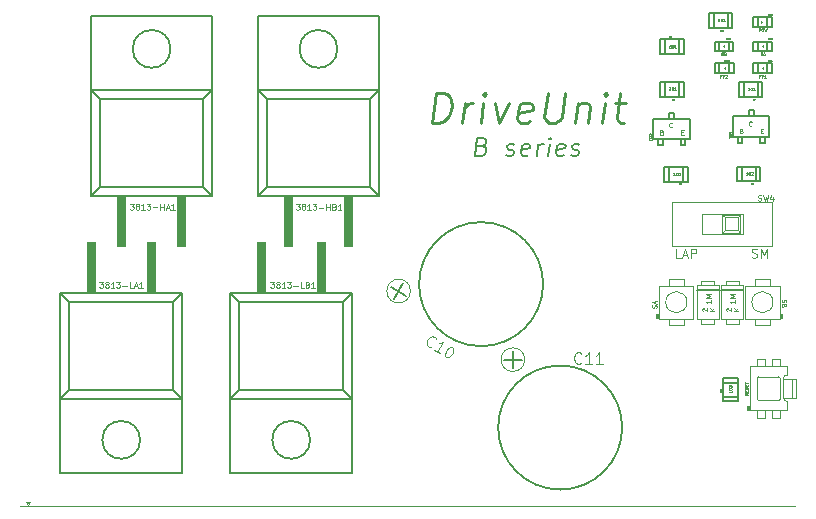
<source format=gbr>
%TF.GenerationSoftware,KiCad,Pcbnew,(5.1.10)-1*%
%TF.CreationDate,2022-07-01T20:56:52+09:00*%
%TF.ProjectId,DriveUnit_B-series(ver1.0),44726976-6555-46e6-9974-5f422d736572,rev?*%
%TF.SameCoordinates,Original*%
%TF.FileFunction,Legend,Top*%
%TF.FilePolarity,Positive*%
%FSLAX46Y46*%
G04 Gerber Fmt 4.6, Leading zero omitted, Abs format (unit mm)*
G04 Created by KiCad (PCBNEW (5.1.10)-1) date 2022-07-01 20:56:52*
%MOMM*%
%LPD*%
G01*
G04 APERTURE LIST*
%ADD10C,0.203200*%
%ADD11C,0.254000*%
%ADD12C,0.100000*%
%ADD13C,0.050800*%
%ADD14C,0.063500*%
%ADD15C,0.025400*%
%ADD16C,0.050000*%
%ADD17C,0.127000*%
%ADD18C,0.152400*%
%ADD19C,0.200000*%
%ADD20C,0.053200*%
%ADD21C,0.019304*%
%ADD22C,0.032000*%
%ADD23C,0.012700*%
%ADD24C,0.009652*%
%ADD25C,0.020320*%
%ADD26C,0.040000*%
%ADD27C,0.038608*%
%ADD28C,0.076000*%
G04 APERTURE END LIST*
D10*
X154832866Y-92519862D02*
X155041509Y-92592434D01*
X155105009Y-92665005D01*
X155159437Y-92810148D01*
X155132223Y-93027862D01*
X155041509Y-93173005D01*
X154959866Y-93245577D01*
X154805652Y-93318148D01*
X154225080Y-93318148D01*
X154415580Y-91794148D01*
X154923580Y-91794148D01*
X155059652Y-91866720D01*
X155123152Y-91939291D01*
X155177580Y-92084434D01*
X155159437Y-92229577D01*
X155068723Y-92374720D01*
X154987080Y-92447291D01*
X154832866Y-92519862D01*
X154324866Y-92519862D01*
X156846723Y-93245577D02*
X156982795Y-93318148D01*
X157273080Y-93318148D01*
X157427295Y-93245577D01*
X157518009Y-93100434D01*
X157527080Y-93027862D01*
X157472652Y-92882720D01*
X157336580Y-92810148D01*
X157118866Y-92810148D01*
X156982795Y-92737577D01*
X156928366Y-92592434D01*
X156937437Y-92519862D01*
X157028152Y-92374720D01*
X157182366Y-92302148D01*
X157400080Y-92302148D01*
X157536152Y-92374720D01*
X158733580Y-93245577D02*
X158579366Y-93318148D01*
X158289080Y-93318148D01*
X158153009Y-93245577D01*
X158098580Y-93100434D01*
X158171152Y-92519862D01*
X158261866Y-92374720D01*
X158416080Y-92302148D01*
X158706366Y-92302148D01*
X158842437Y-92374720D01*
X158896866Y-92519862D01*
X158878723Y-92665005D01*
X158134866Y-92810148D01*
X159450223Y-93318148D02*
X159577223Y-92302148D01*
X159540937Y-92592434D02*
X159631652Y-92447291D01*
X159713295Y-92374720D01*
X159867509Y-92302148D01*
X160012652Y-92302148D01*
X160393652Y-93318148D02*
X160520652Y-92302148D01*
X160584152Y-91794148D02*
X160502509Y-91866720D01*
X160566009Y-91939291D01*
X160647652Y-91866720D01*
X160584152Y-91794148D01*
X160566009Y-91939291D01*
X161709009Y-93245577D02*
X161554795Y-93318148D01*
X161264509Y-93318148D01*
X161128437Y-93245577D01*
X161074009Y-93100434D01*
X161146580Y-92519862D01*
X161237295Y-92374720D01*
X161391509Y-92302148D01*
X161681795Y-92302148D01*
X161817866Y-92374720D01*
X161872295Y-92519862D01*
X161854152Y-92665005D01*
X161110295Y-92810148D01*
X162362152Y-93245577D02*
X162498223Y-93318148D01*
X162788509Y-93318148D01*
X162942723Y-93245577D01*
X163033437Y-93100434D01*
X163042509Y-93027862D01*
X162988080Y-92882720D01*
X162852009Y-92810148D01*
X162634295Y-92810148D01*
X162498223Y-92737577D01*
X162443795Y-92592434D01*
X162452866Y-92519862D01*
X162543580Y-92374720D01*
X162697795Y-92302148D01*
X162915509Y-92302148D01*
X163051580Y-92374720D01*
D11*
X150594135Y-90526567D02*
X150911635Y-87986567D01*
X151516397Y-87986567D01*
X151864135Y-88107520D01*
X152075802Y-88349424D01*
X152166516Y-88591329D01*
X152226992Y-89075139D01*
X152181635Y-89437996D01*
X152000207Y-89921805D01*
X151849016Y-90163710D01*
X151576873Y-90405615D01*
X151198897Y-90526567D01*
X150594135Y-90526567D01*
X153134135Y-90526567D02*
X153345802Y-88833234D01*
X153285326Y-89317043D02*
X153436516Y-89075139D01*
X153572587Y-88954186D01*
X153829611Y-88833234D01*
X154071516Y-88833234D01*
X154706516Y-90526567D02*
X154918183Y-88833234D01*
X155024016Y-87986567D02*
X154887945Y-88107520D01*
X154993778Y-88228472D01*
X155129849Y-88107520D01*
X155024016Y-87986567D01*
X154993778Y-88228472D01*
X155885802Y-88833234D02*
X156278897Y-90526567D01*
X157095326Y-88833234D01*
X158834016Y-90405615D02*
X158576992Y-90526567D01*
X158093183Y-90526567D01*
X157866397Y-90405615D01*
X157775683Y-90163710D01*
X157896635Y-89196091D01*
X158047826Y-88954186D01*
X158304849Y-88833234D01*
X158788659Y-88833234D01*
X159015445Y-88954186D01*
X159106159Y-89196091D01*
X159075921Y-89437996D01*
X157836159Y-89679900D01*
X160345921Y-87986567D02*
X160088897Y-90042758D01*
X160179611Y-90284662D01*
X160285445Y-90405615D01*
X160512230Y-90526567D01*
X160996040Y-90526567D01*
X161253064Y-90405615D01*
X161389135Y-90284662D01*
X161540326Y-90042758D01*
X161797349Y-87986567D01*
X162901040Y-88833234D02*
X162689373Y-90526567D01*
X162870802Y-89075139D02*
X163006873Y-88954186D01*
X163263897Y-88833234D01*
X163626754Y-88833234D01*
X163853540Y-88954186D01*
X163944254Y-89196091D01*
X163777945Y-90526567D01*
X164987468Y-90526567D02*
X165199135Y-88833234D01*
X165304968Y-87986567D02*
X165168897Y-88107520D01*
X165274730Y-88228472D01*
X165410802Y-88107520D01*
X165304968Y-87986567D01*
X165274730Y-88228472D01*
X166045802Y-88833234D02*
X167013421Y-88833234D01*
X166514492Y-87986567D02*
X166242349Y-90163710D01*
X166333064Y-90405615D01*
X166559849Y-90526567D01*
X166801754Y-90526567D01*
D12*
G36*
X116367560Y-122869960D02*
G01*
X116184680Y-122615960D01*
X116545360Y-122615960D01*
X116367560Y-122869960D01*
G37*
X116367560Y-122869960D02*
X116184680Y-122615960D01*
X116545360Y-122615960D01*
X116367560Y-122869960D01*
D13*
X177279904Y-113398904D02*
X177158952Y-113483571D01*
X177279904Y-113544047D02*
X177025904Y-113544047D01*
X177025904Y-113447285D01*
X177038000Y-113423095D01*
X177050095Y-113411000D01*
X177074285Y-113398904D01*
X177110571Y-113398904D01*
X177134761Y-113411000D01*
X177146857Y-113423095D01*
X177158952Y-113447285D01*
X177158952Y-113544047D01*
X177146857Y-113290047D02*
X177146857Y-113205380D01*
X177279904Y-113169095D02*
X177279904Y-113290047D01*
X177025904Y-113290047D01*
X177025904Y-113169095D01*
X177267809Y-113072333D02*
X177279904Y-113036047D01*
X177279904Y-112975571D01*
X177267809Y-112951380D01*
X177255714Y-112939285D01*
X177231523Y-112927190D01*
X177207333Y-112927190D01*
X177183142Y-112939285D01*
X177171047Y-112951380D01*
X177158952Y-112975571D01*
X177146857Y-113023952D01*
X177134761Y-113048142D01*
X177122666Y-113060238D01*
X177098476Y-113072333D01*
X177074285Y-113072333D01*
X177050095Y-113060238D01*
X177038000Y-113048142D01*
X177025904Y-113023952D01*
X177025904Y-112963476D01*
X177038000Y-112927190D01*
X177146857Y-112818333D02*
X177146857Y-112733666D01*
X177279904Y-112697380D02*
X177279904Y-112818333D01*
X177025904Y-112818333D01*
X177025904Y-112697380D01*
X177025904Y-112624809D02*
X177025904Y-112479666D01*
X177279904Y-112552238D02*
X177025904Y-112552238D01*
X180185785Y-105491642D02*
X180167642Y-105546071D01*
X180167642Y-105636785D01*
X180185785Y-105673071D01*
X180203928Y-105691214D01*
X180240214Y-105709357D01*
X180276500Y-105709357D01*
X180312785Y-105691214D01*
X180330928Y-105673071D01*
X180349071Y-105636785D01*
X180367214Y-105564214D01*
X180385357Y-105527928D01*
X180403500Y-105509785D01*
X180439785Y-105491642D01*
X180476071Y-105491642D01*
X180512357Y-105509785D01*
X180530500Y-105527928D01*
X180548642Y-105564214D01*
X180548642Y-105654928D01*
X180530500Y-105709357D01*
X180367214Y-105999642D02*
X180349071Y-106054071D01*
X180330928Y-106072214D01*
X180294642Y-106090357D01*
X180240214Y-106090357D01*
X180203928Y-106072214D01*
X180185785Y-106054071D01*
X180167642Y-106017785D01*
X180167642Y-105872642D01*
X180548642Y-105872642D01*
X180548642Y-105999642D01*
X180530500Y-106035928D01*
X180512357Y-106054071D01*
X180476071Y-106072214D01*
X180439785Y-106072214D01*
X180403500Y-106054071D01*
X180385357Y-106035928D01*
X180367214Y-105999642D01*
X180367214Y-105872642D01*
X169572214Y-106190142D02*
X169590357Y-106135714D01*
X169590357Y-106045000D01*
X169572214Y-106008714D01*
X169554071Y-105990571D01*
X169517785Y-105972428D01*
X169481500Y-105972428D01*
X169445214Y-105990571D01*
X169427071Y-106008714D01*
X169408928Y-106045000D01*
X169390785Y-106117571D01*
X169372642Y-106153857D01*
X169354500Y-106172000D01*
X169318214Y-106190142D01*
X169281928Y-106190142D01*
X169245642Y-106172000D01*
X169227500Y-106153857D01*
X169209357Y-106117571D01*
X169209357Y-106026857D01*
X169227500Y-105972428D01*
X169481500Y-105827285D02*
X169481500Y-105645857D01*
X169590357Y-105863571D02*
X169209357Y-105736571D01*
X169590357Y-105609571D01*
D14*
X171613285Y-101944714D02*
X171250428Y-101944714D01*
X171250428Y-101182714D01*
X171831000Y-101727000D02*
X172193857Y-101727000D01*
X171758428Y-101944714D02*
X172012428Y-101182714D01*
X172266428Y-101944714D01*
X172520428Y-101944714D02*
X172520428Y-101182714D01*
X172810714Y-101182714D01*
X172883285Y-101219000D01*
X172919571Y-101255285D01*
X172955857Y-101327857D01*
X172955857Y-101436714D01*
X172919571Y-101509285D01*
X172883285Y-101545571D01*
X172810714Y-101581857D01*
X172520428Y-101581857D01*
X177654857Y-101908428D02*
X177763714Y-101944714D01*
X177945142Y-101944714D01*
X178017714Y-101908428D01*
X178054000Y-101872142D01*
X178090285Y-101799571D01*
X178090285Y-101727000D01*
X178054000Y-101654428D01*
X178017714Y-101618142D01*
X177945142Y-101581857D01*
X177800000Y-101545571D01*
X177727428Y-101509285D01*
X177691142Y-101473000D01*
X177654857Y-101400428D01*
X177654857Y-101327857D01*
X177691142Y-101255285D01*
X177727428Y-101219000D01*
X177800000Y-101182714D01*
X177981428Y-101182714D01*
X178090285Y-101219000D01*
X178416857Y-101944714D02*
X178416857Y-101182714D01*
X178670857Y-101727000D01*
X178924857Y-101182714D01*
X178924857Y-101944714D01*
D15*
X175066476Y-86595857D02*
X174981809Y-86595857D01*
X174981809Y-86728904D02*
X174981809Y-86474904D01*
X175102761Y-86474904D01*
X175284190Y-86595857D02*
X175199523Y-86595857D01*
X175199523Y-86728904D02*
X175199523Y-86474904D01*
X175320476Y-86474904D01*
X175405142Y-86499095D02*
X175417238Y-86487000D01*
X175441428Y-86474904D01*
X175501904Y-86474904D01*
X175526095Y-86487000D01*
X175538190Y-86499095D01*
X175550285Y-86523285D01*
X175550285Y-86547476D01*
X175538190Y-86583761D01*
X175393047Y-86728904D01*
X175550285Y-86728904D01*
X178368476Y-86595857D02*
X178283809Y-86595857D01*
X178283809Y-86728904D02*
X178283809Y-86474904D01*
X178404761Y-86474904D01*
X178586190Y-86595857D02*
X178501523Y-86595857D01*
X178501523Y-86728904D02*
X178501523Y-86474904D01*
X178622476Y-86474904D01*
X178852285Y-86728904D02*
X178707142Y-86728904D01*
X178779714Y-86728904D02*
X178779714Y-86474904D01*
X178755523Y-86511190D01*
X178731333Y-86535380D01*
X178707142Y-86547476D01*
X175060428Y-84811809D02*
X175096714Y-84823904D01*
X175157190Y-84823904D01*
X175181380Y-84811809D01*
X175193476Y-84799714D01*
X175205571Y-84775523D01*
X175205571Y-84751333D01*
X175193476Y-84727142D01*
X175181380Y-84715047D01*
X175157190Y-84702952D01*
X175108809Y-84690857D01*
X175084619Y-84678761D01*
X175072523Y-84666666D01*
X175060428Y-84642476D01*
X175060428Y-84618285D01*
X175072523Y-84594095D01*
X175084619Y-84582000D01*
X175108809Y-84569904D01*
X175169285Y-84569904D01*
X175205571Y-84582000D01*
X175399095Y-84690857D02*
X175435380Y-84702952D01*
X175447476Y-84715047D01*
X175459571Y-84739238D01*
X175459571Y-84775523D01*
X175447476Y-84799714D01*
X175435380Y-84811809D01*
X175411190Y-84823904D01*
X175314428Y-84823904D01*
X175314428Y-84569904D01*
X175399095Y-84569904D01*
X175423285Y-84582000D01*
X175435380Y-84594095D01*
X175447476Y-84618285D01*
X175447476Y-84642476D01*
X175435380Y-84666666D01*
X175423285Y-84678761D01*
X175399095Y-84690857D01*
X175314428Y-84690857D01*
X178380571Y-84811809D02*
X178416857Y-84823904D01*
X178477333Y-84823904D01*
X178501523Y-84811809D01*
X178513619Y-84799714D01*
X178525714Y-84775523D01*
X178525714Y-84751333D01*
X178513619Y-84727142D01*
X178501523Y-84715047D01*
X178477333Y-84702952D01*
X178428952Y-84690857D01*
X178404761Y-84678761D01*
X178392666Y-84666666D01*
X178380571Y-84642476D01*
X178380571Y-84618285D01*
X178392666Y-84594095D01*
X178404761Y-84582000D01*
X178428952Y-84569904D01*
X178489428Y-84569904D01*
X178525714Y-84582000D01*
X178622476Y-84751333D02*
X178743428Y-84751333D01*
X178598285Y-84823904D02*
X178682952Y-84569904D01*
X178767619Y-84823904D01*
X178217285Y-82791904D02*
X178217285Y-82537904D01*
X178314047Y-82537904D01*
X178338238Y-82550000D01*
X178350333Y-82562095D01*
X178362428Y-82586285D01*
X178362428Y-82622571D01*
X178350333Y-82646761D01*
X178338238Y-82658857D01*
X178314047Y-82670952D01*
X178217285Y-82670952D01*
X178519666Y-82537904D02*
X178568047Y-82537904D01*
X178592238Y-82550000D01*
X178616428Y-82574190D01*
X178628523Y-82622571D01*
X178628523Y-82707238D01*
X178616428Y-82755619D01*
X178592238Y-82779809D01*
X178568047Y-82791904D01*
X178519666Y-82791904D01*
X178495476Y-82779809D01*
X178471285Y-82755619D01*
X178459190Y-82707238D01*
X178459190Y-82622571D01*
X178471285Y-82574190D01*
X178495476Y-82550000D01*
X178519666Y-82537904D01*
X178713190Y-82537904D02*
X178773666Y-82791904D01*
X178822047Y-82610476D01*
X178870428Y-82791904D01*
X178930904Y-82537904D01*
D16*
X115661100Y-123003600D02*
X181341100Y-123003600D01*
D17*
%TO.C,3813-HA1*%
X128431100Y-84273600D02*
G75*
G03*
X128431100Y-84273600I-1600000J0D01*
G01*
X131974600Y-81479600D02*
X131974600Y-87753400D01*
X121687600Y-81479600D02*
X131974600Y-81479600D01*
X121687600Y-87753400D02*
X121687600Y-81479600D01*
X131974600Y-96719600D02*
X131212600Y-95957600D01*
X131974600Y-87753400D02*
X131212600Y-88515400D01*
X121687600Y-96719600D02*
X122449600Y-95957600D01*
X121687600Y-87753400D02*
X122449600Y-88515400D01*
X131212600Y-88515400D02*
X122449600Y-88515400D01*
X131212600Y-95957600D02*
X131212600Y-88515400D01*
X122449600Y-95957600D02*
X131212600Y-95957600D01*
X122449600Y-88515400D02*
X122449600Y-95957600D01*
X121687600Y-87753400D02*
X121687600Y-96719600D01*
X131974600Y-87753400D02*
X121687600Y-87753400D01*
X131974600Y-96719600D02*
X131974600Y-87753400D01*
X121687600Y-96719600D02*
X131974600Y-96719600D01*
D12*
G36*
X128990100Y-101037600D02*
G01*
X129752100Y-101037600D01*
X129752100Y-96719600D01*
X128990100Y-96719600D01*
X128990100Y-101037600D01*
G37*
G36*
X123910100Y-101037600D02*
G01*
X124672100Y-101037600D01*
X124672100Y-96719600D01*
X123910100Y-96719600D01*
X123910100Y-101037600D01*
G37*
D17*
%TO.C,3813-HB1*%
X142551100Y-84273600D02*
G75*
G03*
X142551100Y-84273600I-1600000J0D01*
G01*
X146094600Y-81479600D02*
X146094600Y-87753400D01*
X135807600Y-81479600D02*
X146094600Y-81479600D01*
X135807600Y-87753400D02*
X135807600Y-81479600D01*
X146094600Y-96719600D02*
X145332600Y-95957600D01*
X146094600Y-87753400D02*
X145332600Y-88515400D01*
X135807600Y-96719600D02*
X136569600Y-95957600D01*
X135807600Y-87753400D02*
X136569600Y-88515400D01*
X145332600Y-88515400D02*
X136569600Y-88515400D01*
X145332600Y-95957600D02*
X145332600Y-88515400D01*
X136569600Y-95957600D02*
X145332600Y-95957600D01*
X136569600Y-88515400D02*
X136569600Y-95957600D01*
X135807600Y-87753400D02*
X135807600Y-96719600D01*
X146094600Y-87753400D02*
X135807600Y-87753400D01*
X146094600Y-96719600D02*
X146094600Y-87753400D01*
X135807600Y-96719600D02*
X146094600Y-96719600D01*
D12*
G36*
X143110100Y-101037600D02*
G01*
X143872100Y-101037600D01*
X143872100Y-96719600D01*
X143110100Y-96719600D01*
X143110100Y-101037600D01*
G37*
G36*
X138030100Y-101037600D02*
G01*
X138792100Y-101037600D01*
X138792100Y-96719600D01*
X138030100Y-96719600D01*
X138030100Y-101037600D01*
G37*
D17*
%TO.C,3813-LA1*%
X125851100Y-117373600D02*
G75*
G03*
X125851100Y-117373600I-1600000J0D01*
G01*
X119107600Y-120167600D02*
X119107600Y-113893800D01*
X129394600Y-120167600D02*
X119107600Y-120167600D01*
X129394600Y-113893800D02*
X129394600Y-120167600D01*
X119107600Y-104927600D02*
X119869600Y-105689600D01*
X119107600Y-113893800D02*
X119869600Y-113131800D01*
X129394600Y-104927600D02*
X128632600Y-105689600D01*
X129394600Y-113893800D02*
X128632600Y-113131800D01*
X119869600Y-113131800D02*
X128632600Y-113131800D01*
X119869600Y-105689600D02*
X119869600Y-113131800D01*
X128632600Y-105689600D02*
X119869600Y-105689600D01*
X128632600Y-113131800D02*
X128632600Y-105689600D01*
X129394600Y-113893800D02*
X129394600Y-104927600D01*
X119107600Y-113893800D02*
X129394600Y-113893800D01*
X119107600Y-104927600D02*
X119107600Y-113893800D01*
X129394600Y-104927600D02*
X119107600Y-104927600D01*
D12*
G36*
X122092100Y-100609600D02*
G01*
X121330100Y-100609600D01*
X121330100Y-104927600D01*
X122092100Y-104927600D01*
X122092100Y-100609600D01*
G37*
G36*
X127172100Y-100609600D02*
G01*
X126410100Y-100609600D01*
X126410100Y-104927600D01*
X127172100Y-104927600D01*
X127172100Y-100609600D01*
G37*
D17*
%TO.C,3813-LB1*%
X140241100Y-117373600D02*
G75*
G03*
X140241100Y-117373600I-1600000J0D01*
G01*
X133497600Y-120167600D02*
X133497600Y-113893800D01*
X143784600Y-120167600D02*
X133497600Y-120167600D01*
X143784600Y-113893800D02*
X143784600Y-120167600D01*
X133497600Y-104927600D02*
X134259600Y-105689600D01*
X133497600Y-113893800D02*
X134259600Y-113131800D01*
X143784600Y-104927600D02*
X143022600Y-105689600D01*
X143784600Y-113893800D02*
X143022600Y-113131800D01*
X134259600Y-113131800D02*
X143022600Y-113131800D01*
X134259600Y-105689600D02*
X134259600Y-113131800D01*
X143022600Y-105689600D02*
X134259600Y-105689600D01*
X143022600Y-113131800D02*
X143022600Y-105689600D01*
X143784600Y-113893800D02*
X143784600Y-104927600D01*
X133497600Y-113893800D02*
X143784600Y-113893800D01*
X133497600Y-104927600D02*
X133497600Y-113893800D01*
X143784600Y-104927600D02*
X133497600Y-104927600D01*
D12*
G36*
X136482100Y-100609600D02*
G01*
X135720100Y-100609600D01*
X135720100Y-104927600D01*
X136482100Y-104927600D01*
X136482100Y-100609600D01*
G37*
G36*
X141562100Y-100609600D02*
G01*
X140800100Y-100609600D01*
X140800100Y-104927600D01*
X141562100Y-104927600D01*
X141562100Y-100609600D01*
G37*
D17*
%TO.C,TR1*%
X177391100Y-89488600D02*
X177391100Y-89988600D01*
X177791100Y-89488600D02*
X177391100Y-89488600D01*
X177791100Y-89988600D02*
X177791100Y-89488600D01*
X177391100Y-89988600D02*
X177791100Y-89988600D01*
X176841100Y-91738600D02*
X176441100Y-91738600D01*
X176841100Y-92238600D02*
X176841100Y-91738600D01*
X176441100Y-92238600D02*
X176841100Y-92238600D01*
X176441100Y-91738600D02*
X176441100Y-92238600D01*
X178741100Y-91738600D02*
X178341100Y-91738600D01*
X178741100Y-92238600D02*
X178741100Y-91738600D01*
X178341100Y-92238600D02*
X178741100Y-92238600D01*
X178341100Y-91738600D02*
X178341100Y-92238600D01*
X176041100Y-89988600D02*
X176041100Y-91738600D01*
X177391100Y-89988600D02*
X176041100Y-89988600D01*
X179141100Y-89988600D02*
X177791100Y-89988600D01*
X179141100Y-91738600D02*
X179141100Y-89988600D01*
X178741100Y-91738600D02*
X179141100Y-91738600D01*
X176841100Y-91738600D02*
X178341100Y-91738600D01*
X176041100Y-91738600D02*
X176441100Y-91738600D01*
%TO.C,TR2*%
X170661100Y-89678600D02*
X170661100Y-90178600D01*
X171061100Y-89678600D02*
X170661100Y-89678600D01*
X171061100Y-90178600D02*
X171061100Y-89678600D01*
X170661100Y-90178600D02*
X171061100Y-90178600D01*
X170111100Y-91928600D02*
X169711100Y-91928600D01*
X170111100Y-92428600D02*
X170111100Y-91928600D01*
X169711100Y-92428600D02*
X170111100Y-92428600D01*
X169711100Y-91928600D02*
X169711100Y-92428600D01*
X172011100Y-91928600D02*
X171611100Y-91928600D01*
X172011100Y-92428600D02*
X172011100Y-91928600D01*
X171611100Y-92428600D02*
X172011100Y-92428600D01*
X171611100Y-91928600D02*
X171611100Y-92428600D01*
X169311100Y-90178600D02*
X169311100Y-91928600D01*
X170661100Y-90178600D02*
X169311100Y-90178600D01*
X172411100Y-90178600D02*
X171061100Y-90178600D01*
X172411100Y-91928600D02*
X172411100Y-90178600D01*
X172011100Y-91928600D02*
X172411100Y-91928600D01*
X170111100Y-91928600D02*
X171611100Y-91928600D01*
X169311100Y-91928600D02*
X169711100Y-91928600D01*
D16*
%TO.C,SW1*%
X172151100Y-105718600D02*
G75*
G03*
X172151100Y-105718600I-900000J0D01*
G01*
X169801100Y-104318600D02*
X169801100Y-107118600D01*
X172701100Y-104318600D02*
X172701100Y-107118600D01*
X172701100Y-107118600D02*
X169801100Y-107118600D01*
X172701100Y-104318600D02*
X169801100Y-104318600D01*
X171901100Y-107668600D02*
X171901100Y-107118600D01*
X170601100Y-107668600D02*
X171901100Y-107668600D01*
X170601100Y-107118600D02*
X170601100Y-107668600D01*
X171901100Y-107118600D02*
X170601100Y-107118600D01*
X171901100Y-104318600D02*
X171901100Y-103768600D01*
X170601100Y-104318600D02*
X171901100Y-104318600D01*
X170601100Y-103768600D02*
X170601100Y-104318600D01*
X171901100Y-103768600D02*
X170601100Y-103768600D01*
%TO.C,SW2*%
X179441100Y-105718600D02*
G75*
G03*
X179441100Y-105718600I-900000J0D01*
G01*
X177091100Y-104318600D02*
X177091100Y-107118600D01*
X179991100Y-104318600D02*
X179991100Y-107118600D01*
X179991100Y-107118600D02*
X177091100Y-107118600D01*
X179991100Y-104318600D02*
X177091100Y-104318600D01*
X179191100Y-107668600D02*
X179191100Y-107118600D01*
X177891100Y-107668600D02*
X179191100Y-107668600D01*
X177891100Y-107118600D02*
X177891100Y-107668600D01*
X179191100Y-107118600D02*
X177891100Y-107118600D01*
X179191100Y-104318600D02*
X179191100Y-103768600D01*
X177891100Y-104318600D02*
X179191100Y-104318600D01*
X177891100Y-103768600D02*
X177891100Y-104318600D01*
X179191100Y-103768600D02*
X177891100Y-103768600D01*
D17*
%TO.C,R11*%
X175226100Y-112523600D02*
X176476100Y-112523600D01*
X175226100Y-113723600D02*
X176476100Y-113723600D01*
X175226100Y-114123600D02*
X176476100Y-114123600D01*
X175226100Y-113723600D02*
X175226100Y-114123600D01*
X175226100Y-112523600D02*
X175226100Y-113723600D01*
X175226100Y-112123600D02*
X175226100Y-112523600D01*
X176476100Y-112123600D02*
X175226100Y-112123600D01*
X176476100Y-112523600D02*
X176476100Y-112123600D01*
X176476100Y-113723600D02*
X176476100Y-112523600D01*
X176476100Y-114123600D02*
X176476100Y-113723600D01*
%TO.C,R3*%
X171491100Y-83458600D02*
X171491100Y-84708600D01*
X170291100Y-83458600D02*
X170291100Y-84708600D01*
X169891100Y-83458600D02*
X169891100Y-84708600D01*
X170291100Y-83458600D02*
X169891100Y-83458600D01*
X171491100Y-83458600D02*
X170291100Y-83458600D01*
X171891100Y-83458600D02*
X171491100Y-83458600D01*
X171891100Y-84708600D02*
X171891100Y-83458600D01*
X171491100Y-84708600D02*
X171891100Y-84708600D01*
X170291100Y-84708600D02*
X171491100Y-84708600D01*
X169891100Y-84708600D02*
X170291100Y-84708600D01*
%TO.C,R22*%
X175606100Y-81228600D02*
X175606100Y-82478600D01*
X174406100Y-81228600D02*
X174406100Y-82478600D01*
X174006100Y-81228600D02*
X174006100Y-82478600D01*
X174406100Y-81228600D02*
X174006100Y-81228600D01*
X175606100Y-81228600D02*
X174406100Y-81228600D01*
X176006100Y-81228600D02*
X175606100Y-81228600D01*
X176006100Y-82478600D02*
X176006100Y-81228600D01*
X175606100Y-82478600D02*
X176006100Y-82478600D01*
X174406100Y-82478600D02*
X175606100Y-82478600D01*
X174006100Y-82478600D02*
X174406100Y-82478600D01*
%TO.C,R5*%
X177971100Y-94238600D02*
X177971100Y-95488600D01*
X176771100Y-94238600D02*
X176771100Y-95488600D01*
X176371100Y-94238600D02*
X176371100Y-95488600D01*
X176771100Y-94238600D02*
X176371100Y-94238600D01*
X177971100Y-94238600D02*
X176771100Y-94238600D01*
X178371100Y-94238600D02*
X177971100Y-94238600D01*
X178371100Y-95488600D02*
X178371100Y-94238600D01*
X177971100Y-95488600D02*
X178371100Y-95488600D01*
X176771100Y-95488600D02*
X177971100Y-95488600D01*
X176371100Y-95488600D02*
X176771100Y-95488600D01*
%TO.C,R6*%
X170651100Y-95528600D02*
X170651100Y-94278600D01*
X171851100Y-95528600D02*
X171851100Y-94278600D01*
X172251100Y-95528600D02*
X172251100Y-94278600D01*
X171851100Y-95528600D02*
X172251100Y-95528600D01*
X170651100Y-95528600D02*
X171851100Y-95528600D01*
X170251100Y-95528600D02*
X170651100Y-95528600D01*
X170251100Y-94278600D02*
X170251100Y-95528600D01*
X170651100Y-94278600D02*
X170251100Y-94278600D01*
X171851100Y-94278600D02*
X170651100Y-94278600D01*
X172251100Y-94278600D02*
X171851100Y-94278600D01*
%TO.C,R7*%
X178141100Y-87078600D02*
X178141100Y-88328600D01*
X176941100Y-87078600D02*
X176941100Y-88328600D01*
X176541100Y-87078600D02*
X176541100Y-88328600D01*
X176941100Y-87078600D02*
X176541100Y-87078600D01*
X178141100Y-87078600D02*
X176941100Y-87078600D01*
X178541100Y-87078600D02*
X178141100Y-87078600D01*
X178541100Y-88328600D02*
X178541100Y-87078600D01*
X178141100Y-88328600D02*
X178541100Y-88328600D01*
X176941100Y-88328600D02*
X178141100Y-88328600D01*
X176541100Y-88328600D02*
X176941100Y-88328600D01*
%TO.C,R8*%
X170281100Y-88328600D02*
X170281100Y-87078600D01*
X171481100Y-88328600D02*
X171481100Y-87078600D01*
X171881100Y-88328600D02*
X171881100Y-87078600D01*
X171481100Y-88328600D02*
X171881100Y-88328600D01*
X170281100Y-88328600D02*
X171481100Y-88328600D01*
X169881100Y-88328600D02*
X170281100Y-88328600D01*
X169881100Y-87078600D02*
X169881100Y-88328600D01*
X170281100Y-87078600D02*
X169881100Y-87078600D01*
X171481100Y-87078600D02*
X170281100Y-87078600D01*
X171881100Y-87078600D02*
X171481100Y-87078600D01*
D12*
%TO.C,LED4*%
G36*
X178663600Y-85776600D02*
G01*
X178663600Y-86030600D01*
X178409600Y-85903600D01*
X178663600Y-85776600D01*
G37*
D18*
X178936100Y-85503600D02*
X178936100Y-86303600D01*
X178136100Y-85503600D02*
X178136100Y-86303600D01*
X179336100Y-86303600D02*
X179336100Y-85503600D01*
X178936100Y-86303600D02*
X179336100Y-86303600D01*
X178136100Y-86303600D02*
X178936100Y-86303600D01*
X177736100Y-86303600D02*
X178136100Y-86303600D01*
X177736100Y-85503600D02*
X177736100Y-86303600D01*
X178136100Y-85503600D02*
X177736100Y-85503600D01*
X178936100Y-85503600D02*
X178136100Y-85503600D01*
X179336100Y-85503600D02*
X178936100Y-85503600D01*
D12*
%TO.C,LED5*%
G36*
X175433600Y-85776600D02*
G01*
X175433600Y-86030600D01*
X175179600Y-85903600D01*
X175433600Y-85776600D01*
G37*
D18*
X175706100Y-85503600D02*
X175706100Y-86303600D01*
X174906100Y-85503600D02*
X174906100Y-86303600D01*
X176106100Y-86303600D02*
X176106100Y-85503600D01*
X175706100Y-86303600D02*
X176106100Y-86303600D01*
X174906100Y-86303600D02*
X175706100Y-86303600D01*
X174506100Y-86303600D02*
X174906100Y-86303600D01*
X174506100Y-85503600D02*
X174506100Y-86303600D01*
X174906100Y-85503600D02*
X174506100Y-85503600D01*
X175706100Y-85503600D02*
X174906100Y-85503600D01*
X176106100Y-85503600D02*
X175706100Y-85503600D01*
%TO.C,D8*%
X174831100Y-104646100D02*
X173031100Y-104646100D01*
D16*
X173381100Y-104283600D02*
X172981100Y-104283600D01*
X174481100Y-104283600D02*
X173381100Y-104283600D01*
X174881100Y-104283600D02*
X174481100Y-104283600D01*
X174481100Y-107583600D02*
X174481100Y-107183600D01*
X173381100Y-107583600D02*
X174481100Y-107583600D01*
X173381100Y-107183600D02*
X173381100Y-107583600D01*
X174481100Y-107183600D02*
X173381100Y-107183600D01*
X173381100Y-103933600D02*
X174481100Y-103933600D01*
X173381100Y-104283600D02*
X173381100Y-103933600D01*
X174481100Y-103933600D02*
X174481100Y-104283600D01*
X172981100Y-107183600D02*
X172981100Y-104283600D01*
X173381100Y-107183600D02*
X172981100Y-107183600D01*
X174881100Y-107183600D02*
X174481100Y-107183600D01*
X174881100Y-104283600D02*
X174881100Y-107183600D01*
D18*
%TO.C,D9*%
X176871100Y-104646100D02*
X175071100Y-104646100D01*
D16*
X175421100Y-104283600D02*
X175021100Y-104283600D01*
X176521100Y-104283600D02*
X175421100Y-104283600D01*
X176921100Y-104283600D02*
X176521100Y-104283600D01*
X176521100Y-107583600D02*
X176521100Y-107183600D01*
X175421100Y-107583600D02*
X176521100Y-107583600D01*
X175421100Y-107183600D02*
X175421100Y-107583600D01*
X176521100Y-107183600D02*
X175421100Y-107183600D01*
X175421100Y-103933600D02*
X176521100Y-103933600D01*
X175421100Y-104283600D02*
X175421100Y-103933600D01*
X176521100Y-103933600D02*
X176521100Y-104283600D01*
X175021100Y-107183600D02*
X175021100Y-104283600D01*
X175421100Y-107183600D02*
X175021100Y-107183600D01*
X176921100Y-107183600D02*
X176521100Y-107183600D01*
X176921100Y-104283600D02*
X176921100Y-107183600D01*
%TO.C,SW3*%
X178086100Y-112113600D02*
X178086100Y-113913600D01*
X179936100Y-112013600D02*
X178186100Y-112013600D01*
X180036100Y-113913600D02*
X180036100Y-112113600D01*
X178186100Y-114013600D02*
X179936100Y-114013600D01*
X181011100Y-113813600D02*
X181011100Y-112213600D01*
X180323600Y-112113600D02*
X180323600Y-112213600D01*
X180611100Y-111163600D02*
X180611100Y-111926100D01*
X180611100Y-114863600D02*
X180611100Y-114101100D01*
X181011100Y-113813600D02*
X181411100Y-113813600D01*
X180323600Y-113813600D02*
X181011100Y-113813600D01*
X180323600Y-112213600D02*
X180323600Y-113813600D01*
X181411100Y-112213600D02*
X181411100Y-113813600D01*
X181011100Y-112213600D02*
X181411100Y-112213600D01*
X180323600Y-112213600D02*
X181011100Y-112213600D01*
X178086100Y-110488600D02*
X178086100Y-111163600D01*
X178761100Y-110488600D02*
X178086100Y-110488600D01*
X178761100Y-111163600D02*
X178761100Y-110488600D01*
X178086100Y-111163600D02*
X178761100Y-111163600D01*
X179361100Y-110488600D02*
X179361100Y-111163600D01*
X180036100Y-110488600D02*
X179361100Y-110488600D01*
X180036100Y-111163600D02*
X180036100Y-110488600D01*
X179361100Y-111163600D02*
X180036100Y-111163600D01*
X178086100Y-114863600D02*
X178086100Y-115538600D01*
X178761100Y-114863600D02*
X178086100Y-114863600D01*
X178761100Y-115538600D02*
X178761100Y-114863600D01*
X178086100Y-115538600D02*
X178761100Y-115538600D01*
X179361100Y-114863600D02*
X179361100Y-115538600D01*
X180036100Y-114863600D02*
X179361100Y-114863600D01*
X180036100Y-115538600D02*
X180036100Y-114863600D01*
X179361100Y-115538600D02*
X180036100Y-115538600D01*
X180036100Y-114863600D02*
X180611100Y-114863600D01*
X178761100Y-114863600D02*
X179361100Y-114863600D01*
X177511100Y-114863600D02*
X178086100Y-114863600D01*
X180036100Y-111163600D02*
X180611100Y-111163600D01*
X178761100Y-111163600D02*
X179361100Y-111163600D01*
X177511100Y-111163600D02*
X178086100Y-111163600D01*
X177511100Y-114863600D02*
X177511100Y-111163600D01*
X178186100Y-114013600D02*
G75*
G02*
X178086100Y-113913600I0J100000D01*
G01*
X178086100Y-112113600D02*
G75*
G02*
X178186100Y-112013600I100000J0D01*
G01*
X179936099Y-112013599D02*
G75*
G02*
X180036100Y-112113600I0J-100001D01*
G01*
X180036099Y-113913599D02*
G75*
G02*
X179936100Y-114013600I-100000J-1D01*
G01*
X180323600Y-112113600D02*
G75*
G02*
X180611100Y-111926100I237500J-50000D01*
G01*
X180323600Y-113813600D02*
G75*
G03*
X180611100Y-114101100I287500J0D01*
G01*
%TO.C,SW4*%
X175341100Y-98523600D02*
X175141100Y-98323600D01*
X175341100Y-99623600D02*
X175141100Y-99823600D01*
X176441100Y-98523600D02*
X176641100Y-98323600D01*
X176441100Y-99623600D02*
X176641100Y-99823600D01*
X175341100Y-99623600D02*
X176441100Y-99623600D01*
X175341100Y-98523600D02*
X175341100Y-99623600D01*
X176441100Y-98523600D02*
X175341100Y-98523600D01*
X176441100Y-99623600D02*
X176441100Y-98523600D01*
X176641100Y-99823600D02*
X176641100Y-98323600D01*
X175141100Y-99823600D02*
X176641100Y-99823600D01*
X175141100Y-98323600D02*
X175141100Y-99823600D01*
X176641100Y-98323600D02*
X175141100Y-98323600D01*
X173391100Y-99923600D02*
X176891100Y-99923600D01*
X173391100Y-98223600D02*
X173391100Y-99923600D01*
X176891100Y-98223600D02*
X173391100Y-98223600D01*
X176891100Y-99923600D02*
X176891100Y-98223600D01*
X170891100Y-100923600D02*
X179391100Y-100923600D01*
X170891100Y-97223600D02*
X170891100Y-100923600D01*
X179391100Y-97223600D02*
X170891100Y-97223600D01*
X179391100Y-100923600D02*
X179391100Y-97223600D01*
D12*
%TO.C,C10*%
X148741454Y-104780365D02*
G75*
G03*
X148741454Y-104780365I-1000000J0D01*
G01*
D18*
X147366454Y-105429884D02*
X148116454Y-104130846D01*
X148390973Y-105155365D02*
X147091935Y-104405365D01*
D19*
X159971100Y-104191263D02*
G75*
G03*
X159971100Y-104191263I-5250000J0D01*
G01*
D12*
%TO.C,C11*%
X158417000Y-110582000D02*
G75*
G03*
X158417000Y-110582000I-1000000J0D01*
G01*
D18*
X156667000Y-110582000D02*
X158167000Y-110582000D01*
X157417000Y-111332000D02*
X157417000Y-109832000D01*
D19*
X166667000Y-116332000D02*
G75*
G03*
X166667000Y-116332000I-5250000J0D01*
G01*
D12*
%TO.C,LED1*%
G36*
X178663600Y-83926600D02*
G01*
X178663600Y-84180600D01*
X178409600Y-84053600D01*
X178663600Y-83926600D01*
G37*
D18*
X178936100Y-83653600D02*
X178936100Y-84453600D01*
X178136100Y-83653600D02*
X178136100Y-84453600D01*
X179336100Y-84453600D02*
X179336100Y-83653600D01*
X178936100Y-84453600D02*
X179336100Y-84453600D01*
X178136100Y-84453600D02*
X178936100Y-84453600D01*
X177736100Y-84453600D02*
X178136100Y-84453600D01*
X177736100Y-83653600D02*
X177736100Y-84453600D01*
X178136100Y-83653600D02*
X177736100Y-83653600D01*
X178936100Y-83653600D02*
X178136100Y-83653600D01*
X179336100Y-83653600D02*
X178936100Y-83653600D01*
D12*
%TO.C,LED2*%
G36*
X175413600Y-83926600D02*
G01*
X175413600Y-84180600D01*
X175159600Y-84053600D01*
X175413600Y-83926600D01*
G37*
D18*
X175686100Y-83653600D02*
X175686100Y-84453600D01*
X174886100Y-83653600D02*
X174886100Y-84453600D01*
X176086100Y-84453600D02*
X176086100Y-83653600D01*
X175686100Y-84453600D02*
X176086100Y-84453600D01*
X174886100Y-84453600D02*
X175686100Y-84453600D01*
X174486100Y-84453600D02*
X174886100Y-84453600D01*
X174486100Y-83653600D02*
X174486100Y-84453600D01*
X174886100Y-83653600D02*
X174486100Y-83653600D01*
X175686100Y-83653600D02*
X174886100Y-83653600D01*
X176086100Y-83653600D02*
X175686100Y-83653600D01*
D12*
%TO.C,LED3*%
G36*
X178408600Y-82130600D02*
G01*
X178408600Y-81876600D01*
X178662600Y-82003600D01*
X178408600Y-82130600D01*
G37*
D18*
X178136100Y-82403600D02*
X178136100Y-81603600D01*
X178936100Y-82403600D02*
X178936100Y-81603600D01*
X177736100Y-81603600D02*
X177736100Y-82403600D01*
X178136100Y-81603600D02*
X177736100Y-81603600D01*
X178936100Y-81603600D02*
X178136100Y-81603600D01*
X179336100Y-81603600D02*
X178936100Y-81603600D01*
X179336100Y-82403600D02*
X179336100Y-81603600D01*
X178936100Y-82403600D02*
X179336100Y-82403600D01*
X178136100Y-82403600D02*
X178936100Y-82403600D01*
X177736100Y-82403600D02*
X178136100Y-82403600D01*
%TO.C,3813-HA1*%
D20*
X124987108Y-97379790D02*
X125296632Y-97379790D01*
X125129965Y-97570266D01*
X125201394Y-97570266D01*
X125249013Y-97594076D01*
X125272822Y-97617885D01*
X125296632Y-97665504D01*
X125296632Y-97784552D01*
X125272822Y-97832171D01*
X125249013Y-97855980D01*
X125201394Y-97879790D01*
X125058537Y-97879790D01*
X125010918Y-97855980D01*
X124987108Y-97832171D01*
X125582346Y-97594076D02*
X125534727Y-97570266D01*
X125510918Y-97546457D01*
X125487108Y-97498838D01*
X125487108Y-97475028D01*
X125510918Y-97427409D01*
X125534727Y-97403600D01*
X125582346Y-97379790D01*
X125677584Y-97379790D01*
X125725203Y-97403600D01*
X125749013Y-97427409D01*
X125772822Y-97475028D01*
X125772822Y-97498838D01*
X125749013Y-97546457D01*
X125725203Y-97570266D01*
X125677584Y-97594076D01*
X125582346Y-97594076D01*
X125534727Y-97617885D01*
X125510918Y-97641695D01*
X125487108Y-97689314D01*
X125487108Y-97784552D01*
X125510918Y-97832171D01*
X125534727Y-97855980D01*
X125582346Y-97879790D01*
X125677584Y-97879790D01*
X125725203Y-97855980D01*
X125749013Y-97832171D01*
X125772822Y-97784552D01*
X125772822Y-97689314D01*
X125749013Y-97641695D01*
X125725203Y-97617885D01*
X125677584Y-97594076D01*
X126249013Y-97879790D02*
X125963299Y-97879790D01*
X126106156Y-97879790D02*
X126106156Y-97379790D01*
X126058537Y-97451219D01*
X126010918Y-97498838D01*
X125963299Y-97522647D01*
X126415680Y-97379790D02*
X126725203Y-97379790D01*
X126558537Y-97570266D01*
X126629965Y-97570266D01*
X126677584Y-97594076D01*
X126701394Y-97617885D01*
X126725203Y-97665504D01*
X126725203Y-97784552D01*
X126701394Y-97832171D01*
X126677584Y-97855980D01*
X126629965Y-97879790D01*
X126487108Y-97879790D01*
X126439489Y-97855980D01*
X126415680Y-97832171D01*
X126939489Y-97689314D02*
X127320441Y-97689314D01*
X127558537Y-97879790D02*
X127558537Y-97379790D01*
X127558537Y-97617885D02*
X127844251Y-97617885D01*
X127844251Y-97879790D02*
X127844251Y-97379790D01*
X128058537Y-97736933D02*
X128296632Y-97736933D01*
X128010918Y-97879790D02*
X128177584Y-97379790D01*
X128344251Y-97879790D01*
X128772822Y-97879790D02*
X128487108Y-97879790D01*
X128629965Y-97879790D02*
X128629965Y-97379790D01*
X128582346Y-97451219D01*
X128534727Y-97498838D01*
X128487108Y-97522647D01*
%TO.C,3813-HB1*%
X139044008Y-97393190D02*
X139353532Y-97393190D01*
X139186865Y-97583666D01*
X139258294Y-97583666D01*
X139305913Y-97607476D01*
X139329722Y-97631285D01*
X139353532Y-97678904D01*
X139353532Y-97797952D01*
X139329722Y-97845571D01*
X139305913Y-97869380D01*
X139258294Y-97893190D01*
X139115437Y-97893190D01*
X139067818Y-97869380D01*
X139044008Y-97845571D01*
X139639246Y-97607476D02*
X139591627Y-97583666D01*
X139567818Y-97559857D01*
X139544008Y-97512238D01*
X139544008Y-97488428D01*
X139567818Y-97440809D01*
X139591627Y-97417000D01*
X139639246Y-97393190D01*
X139734484Y-97393190D01*
X139782103Y-97417000D01*
X139805913Y-97440809D01*
X139829722Y-97488428D01*
X139829722Y-97512238D01*
X139805913Y-97559857D01*
X139782103Y-97583666D01*
X139734484Y-97607476D01*
X139639246Y-97607476D01*
X139591627Y-97631285D01*
X139567818Y-97655095D01*
X139544008Y-97702714D01*
X139544008Y-97797952D01*
X139567818Y-97845571D01*
X139591627Y-97869380D01*
X139639246Y-97893190D01*
X139734484Y-97893190D01*
X139782103Y-97869380D01*
X139805913Y-97845571D01*
X139829722Y-97797952D01*
X139829722Y-97702714D01*
X139805913Y-97655095D01*
X139782103Y-97631285D01*
X139734484Y-97607476D01*
X140305913Y-97893190D02*
X140020199Y-97893190D01*
X140163056Y-97893190D02*
X140163056Y-97393190D01*
X140115437Y-97464619D01*
X140067818Y-97512238D01*
X140020199Y-97536047D01*
X140472580Y-97393190D02*
X140782103Y-97393190D01*
X140615437Y-97583666D01*
X140686865Y-97583666D01*
X140734484Y-97607476D01*
X140758294Y-97631285D01*
X140782103Y-97678904D01*
X140782103Y-97797952D01*
X140758294Y-97845571D01*
X140734484Y-97869380D01*
X140686865Y-97893190D01*
X140544008Y-97893190D01*
X140496389Y-97869380D01*
X140472580Y-97845571D01*
X140996389Y-97702714D02*
X141377341Y-97702714D01*
X141615437Y-97893190D02*
X141615437Y-97393190D01*
X141615437Y-97631285D02*
X141901151Y-97631285D01*
X141901151Y-97893190D02*
X141901151Y-97393190D01*
X142305913Y-97631285D02*
X142377341Y-97655095D01*
X142401151Y-97678904D01*
X142424960Y-97726523D01*
X142424960Y-97797952D01*
X142401151Y-97845571D01*
X142377341Y-97869380D01*
X142329722Y-97893190D01*
X142139246Y-97893190D01*
X142139246Y-97393190D01*
X142305913Y-97393190D01*
X142353532Y-97417000D01*
X142377341Y-97440809D01*
X142401151Y-97488428D01*
X142401151Y-97536047D01*
X142377341Y-97583666D01*
X142353532Y-97607476D01*
X142305913Y-97631285D01*
X142139246Y-97631285D01*
X142901151Y-97893190D02*
X142615437Y-97893190D01*
X142758294Y-97893190D02*
X142758294Y-97393190D01*
X142710675Y-97464619D01*
X142663056Y-97512238D01*
X142615437Y-97536047D01*
%TO.C,3813-LA1*%
X122407008Y-103997190D02*
X122716532Y-103997190D01*
X122549865Y-104187666D01*
X122621294Y-104187666D01*
X122668913Y-104211476D01*
X122692722Y-104235285D01*
X122716532Y-104282904D01*
X122716532Y-104401952D01*
X122692722Y-104449571D01*
X122668913Y-104473380D01*
X122621294Y-104497190D01*
X122478437Y-104497190D01*
X122430818Y-104473380D01*
X122407008Y-104449571D01*
X123002246Y-104211476D02*
X122954627Y-104187666D01*
X122930818Y-104163857D01*
X122907008Y-104116238D01*
X122907008Y-104092428D01*
X122930818Y-104044809D01*
X122954627Y-104021000D01*
X123002246Y-103997190D01*
X123097484Y-103997190D01*
X123145103Y-104021000D01*
X123168913Y-104044809D01*
X123192722Y-104092428D01*
X123192722Y-104116238D01*
X123168913Y-104163857D01*
X123145103Y-104187666D01*
X123097484Y-104211476D01*
X123002246Y-104211476D01*
X122954627Y-104235285D01*
X122930818Y-104259095D01*
X122907008Y-104306714D01*
X122907008Y-104401952D01*
X122930818Y-104449571D01*
X122954627Y-104473380D01*
X123002246Y-104497190D01*
X123097484Y-104497190D01*
X123145103Y-104473380D01*
X123168913Y-104449571D01*
X123192722Y-104401952D01*
X123192722Y-104306714D01*
X123168913Y-104259095D01*
X123145103Y-104235285D01*
X123097484Y-104211476D01*
X123668913Y-104497190D02*
X123383199Y-104497190D01*
X123526056Y-104497190D02*
X123526056Y-103997190D01*
X123478437Y-104068619D01*
X123430818Y-104116238D01*
X123383199Y-104140047D01*
X123835580Y-103997190D02*
X124145103Y-103997190D01*
X123978437Y-104187666D01*
X124049865Y-104187666D01*
X124097484Y-104211476D01*
X124121294Y-104235285D01*
X124145103Y-104282904D01*
X124145103Y-104401952D01*
X124121294Y-104449571D01*
X124097484Y-104473380D01*
X124049865Y-104497190D01*
X123907008Y-104497190D01*
X123859389Y-104473380D01*
X123835580Y-104449571D01*
X124359389Y-104306714D02*
X124740341Y-104306714D01*
X125216532Y-104497190D02*
X124978437Y-104497190D01*
X124978437Y-103997190D01*
X125359389Y-104354333D02*
X125597484Y-104354333D01*
X125311770Y-104497190D02*
X125478437Y-103997190D01*
X125645103Y-104497190D01*
X126073675Y-104497190D02*
X125787960Y-104497190D01*
X125930818Y-104497190D02*
X125930818Y-103997190D01*
X125883199Y-104068619D01*
X125835580Y-104116238D01*
X125787960Y-104140047D01*
%TO.C,3813-LB1*%
X136885008Y-103997190D02*
X137194532Y-103997190D01*
X137027865Y-104187666D01*
X137099294Y-104187666D01*
X137146913Y-104211476D01*
X137170722Y-104235285D01*
X137194532Y-104282904D01*
X137194532Y-104401952D01*
X137170722Y-104449571D01*
X137146913Y-104473380D01*
X137099294Y-104497190D01*
X136956437Y-104497190D01*
X136908818Y-104473380D01*
X136885008Y-104449571D01*
X137480246Y-104211476D02*
X137432627Y-104187666D01*
X137408818Y-104163857D01*
X137385008Y-104116238D01*
X137385008Y-104092428D01*
X137408818Y-104044809D01*
X137432627Y-104021000D01*
X137480246Y-103997190D01*
X137575484Y-103997190D01*
X137623103Y-104021000D01*
X137646913Y-104044809D01*
X137670722Y-104092428D01*
X137670722Y-104116238D01*
X137646913Y-104163857D01*
X137623103Y-104187666D01*
X137575484Y-104211476D01*
X137480246Y-104211476D01*
X137432627Y-104235285D01*
X137408818Y-104259095D01*
X137385008Y-104306714D01*
X137385008Y-104401952D01*
X137408818Y-104449571D01*
X137432627Y-104473380D01*
X137480246Y-104497190D01*
X137575484Y-104497190D01*
X137623103Y-104473380D01*
X137646913Y-104449571D01*
X137670722Y-104401952D01*
X137670722Y-104306714D01*
X137646913Y-104259095D01*
X137623103Y-104235285D01*
X137575484Y-104211476D01*
X138146913Y-104497190D02*
X137861199Y-104497190D01*
X138004056Y-104497190D02*
X138004056Y-103997190D01*
X137956437Y-104068619D01*
X137908818Y-104116238D01*
X137861199Y-104140047D01*
X138313580Y-103997190D02*
X138623103Y-103997190D01*
X138456437Y-104187666D01*
X138527865Y-104187666D01*
X138575484Y-104211476D01*
X138599294Y-104235285D01*
X138623103Y-104282904D01*
X138623103Y-104401952D01*
X138599294Y-104449571D01*
X138575484Y-104473380D01*
X138527865Y-104497190D01*
X138385008Y-104497190D01*
X138337389Y-104473380D01*
X138313580Y-104449571D01*
X138837389Y-104306714D02*
X139218341Y-104306714D01*
X139694532Y-104497190D02*
X139456437Y-104497190D01*
X139456437Y-103997190D01*
X140027865Y-104235285D02*
X140099294Y-104259095D01*
X140123103Y-104282904D01*
X140146913Y-104330523D01*
X140146913Y-104401952D01*
X140123103Y-104449571D01*
X140099294Y-104473380D01*
X140051675Y-104497190D01*
X139861199Y-104497190D01*
X139861199Y-103997190D01*
X140027865Y-103997190D01*
X140075484Y-104021000D01*
X140099294Y-104044809D01*
X140123103Y-104092428D01*
X140123103Y-104140047D01*
X140099294Y-104187666D01*
X140075484Y-104211476D01*
X140027865Y-104235285D01*
X139861199Y-104235285D01*
X140623103Y-104497190D02*
X140337389Y-104497190D01*
X140480246Y-104497190D02*
X140480246Y-103997190D01*
X140432627Y-104068619D01*
X140385008Y-104116238D01*
X140337389Y-104140047D01*
%TO.C,TR1*%
D21*
X175688309Y-91828071D02*
X175688309Y-91690185D01*
X175929609Y-91759128D02*
X175688309Y-91759128D01*
X175929609Y-91471866D02*
X175814704Y-91552300D01*
X175929609Y-91609752D02*
X175688309Y-91609752D01*
X175688309Y-91517828D01*
X175699800Y-91494847D01*
X175711290Y-91483357D01*
X175734271Y-91471866D01*
X175768742Y-91471866D01*
X175791723Y-91483357D01*
X175803214Y-91494847D01*
X175814704Y-91517828D01*
X175814704Y-91609752D01*
X175929609Y-91242057D02*
X175929609Y-91379942D01*
X175929609Y-91311000D02*
X175688309Y-91311000D01*
X175722780Y-91333980D01*
X175745761Y-91356961D01*
X175757252Y-91379942D01*
D22*
X177620419Y-90750714D02*
X177602323Y-90768809D01*
X177548038Y-90786904D01*
X177511847Y-90786904D01*
X177457561Y-90768809D01*
X177421371Y-90732619D01*
X177403276Y-90696428D01*
X177385180Y-90624047D01*
X177385180Y-90569761D01*
X177403276Y-90497380D01*
X177421371Y-90461190D01*
X177457561Y-90425000D01*
X177511847Y-90406904D01*
X177548038Y-90406904D01*
X177602323Y-90425000D01*
X177620419Y-90443095D01*
X178419276Y-91222857D02*
X178545942Y-91222857D01*
X178600228Y-91421904D02*
X178419276Y-91421904D01*
X178419276Y-91041904D01*
X178600228Y-91041904D01*
X176767942Y-91222857D02*
X176822228Y-91240952D01*
X176840323Y-91259047D01*
X176858419Y-91295238D01*
X176858419Y-91349523D01*
X176840323Y-91385714D01*
X176822228Y-91403809D01*
X176786038Y-91421904D01*
X176641276Y-91421904D01*
X176641276Y-91041904D01*
X176767942Y-91041904D01*
X176804133Y-91060000D01*
X176822228Y-91078095D01*
X176840323Y-91114285D01*
X176840323Y-91150476D01*
X176822228Y-91186666D01*
X176804133Y-91204761D01*
X176767942Y-91222857D01*
X176641276Y-91222857D01*
%TO.C,TR2*%
D21*
X168958309Y-92018071D02*
X168958309Y-91880185D01*
X169199609Y-91949128D02*
X168958309Y-91949128D01*
X169199609Y-91661866D02*
X169084704Y-91742300D01*
X169199609Y-91799752D02*
X168958309Y-91799752D01*
X168958309Y-91707828D01*
X168969800Y-91684847D01*
X168981290Y-91673357D01*
X169004271Y-91661866D01*
X169038742Y-91661866D01*
X169061723Y-91673357D01*
X169073214Y-91684847D01*
X169084704Y-91707828D01*
X169084704Y-91799752D01*
X168981290Y-91569942D02*
X168969800Y-91558452D01*
X168958309Y-91535471D01*
X168958309Y-91478019D01*
X168969800Y-91455038D01*
X168981290Y-91443547D01*
X169004271Y-91432057D01*
X169027252Y-91432057D01*
X169061723Y-91443547D01*
X169199609Y-91581433D01*
X169199609Y-91432057D01*
D22*
X170889419Y-90877714D02*
X170871323Y-90895809D01*
X170817038Y-90913904D01*
X170780847Y-90913904D01*
X170726561Y-90895809D01*
X170690371Y-90859619D01*
X170672276Y-90823428D01*
X170654180Y-90751047D01*
X170654180Y-90696761D01*
X170672276Y-90624380D01*
X170690371Y-90588190D01*
X170726561Y-90552000D01*
X170780847Y-90533904D01*
X170817038Y-90533904D01*
X170871323Y-90552000D01*
X170889419Y-90570095D01*
X171688276Y-91349857D02*
X171814942Y-91349857D01*
X171869228Y-91548904D02*
X171688276Y-91548904D01*
X171688276Y-91168904D01*
X171869228Y-91168904D01*
X170036942Y-91349857D02*
X170091228Y-91367952D01*
X170109323Y-91386047D01*
X170127419Y-91422238D01*
X170127419Y-91476523D01*
X170109323Y-91512714D01*
X170091228Y-91530809D01*
X170055038Y-91548904D01*
X169910276Y-91548904D01*
X169910276Y-91168904D01*
X170036942Y-91168904D01*
X170073133Y-91187000D01*
X170091228Y-91205095D01*
X170109323Y-91241285D01*
X170109323Y-91277476D01*
X170091228Y-91313666D01*
X170073133Y-91331761D01*
X170036942Y-91349857D01*
X169910276Y-91349857D01*
%TO.C,SW1*%
D23*
X169659904Y-107028554D02*
X169665952Y-107010411D01*
X169665952Y-106980173D01*
X169659904Y-106968078D01*
X169653857Y-106962030D01*
X169641761Y-106955983D01*
X169629666Y-106955983D01*
X169617571Y-106962030D01*
X169611523Y-106968078D01*
X169605476Y-106980173D01*
X169599428Y-107004364D01*
X169593380Y-107016459D01*
X169587333Y-107022506D01*
X169575238Y-107028554D01*
X169563142Y-107028554D01*
X169551047Y-107022506D01*
X169545000Y-107016459D01*
X169538952Y-107004364D01*
X169538952Y-106974125D01*
X169545000Y-106955983D01*
X169538952Y-106913649D02*
X169665952Y-106883411D01*
X169575238Y-106859221D01*
X169665952Y-106835030D01*
X169538952Y-106804792D01*
X169665952Y-106689887D02*
X169665952Y-106762459D01*
X169665952Y-106726173D02*
X169538952Y-106726173D01*
X169557095Y-106738268D01*
X169569190Y-106750364D01*
X169575238Y-106762459D01*
%TO.C,SW2*%
X180200904Y-107028554D02*
X180206952Y-107010411D01*
X180206952Y-106980173D01*
X180200904Y-106968078D01*
X180194857Y-106962030D01*
X180182761Y-106955983D01*
X180170666Y-106955983D01*
X180158571Y-106962030D01*
X180152523Y-106968078D01*
X180146476Y-106980173D01*
X180140428Y-107004364D01*
X180134380Y-107016459D01*
X180128333Y-107022506D01*
X180116238Y-107028554D01*
X180104142Y-107028554D01*
X180092047Y-107022506D01*
X180086000Y-107016459D01*
X180079952Y-107004364D01*
X180079952Y-106974125D01*
X180086000Y-106955983D01*
X180079952Y-106913649D02*
X180206952Y-106883411D01*
X180116238Y-106859221D01*
X180206952Y-106835030D01*
X180079952Y-106804792D01*
X180092047Y-106762459D02*
X180086000Y-106756411D01*
X180079952Y-106744316D01*
X180079952Y-106714078D01*
X180086000Y-106701983D01*
X180092047Y-106695935D01*
X180104142Y-106689887D01*
X180116238Y-106689887D01*
X180134380Y-106695935D01*
X180206952Y-106768506D01*
X180206952Y-106689887D01*
%TO.C,R11*%
D24*
X175083354Y-113133942D02*
X175025902Y-113093726D01*
X175083354Y-113064999D02*
X174962704Y-113064999D01*
X174962704Y-113110961D01*
X174968450Y-113122452D01*
X174974195Y-113128197D01*
X174985685Y-113133942D01*
X175002921Y-113133942D01*
X175014411Y-113128197D01*
X175020157Y-113122452D01*
X175025902Y-113110961D01*
X175025902Y-113064999D01*
X175083354Y-113248847D02*
X175083354Y-113179904D01*
X175083354Y-113214376D02*
X174962704Y-113214376D01*
X174979940Y-113202885D01*
X174991430Y-113191395D01*
X174997176Y-113179904D01*
X175083354Y-113363752D02*
X175083354Y-113294809D01*
X175083354Y-113329280D02*
X174962704Y-113329280D01*
X174979940Y-113317790D01*
X174991430Y-113306299D01*
X174997176Y-113294809D01*
D25*
X175939609Y-113226544D02*
X175939609Y-113364430D01*
X175939609Y-113295487D02*
X175698309Y-113295487D01*
X175732780Y-113318468D01*
X175755761Y-113341449D01*
X175767252Y-113364430D01*
X175698309Y-113077168D02*
X175698309Y-113054187D01*
X175709800Y-113031206D01*
X175721290Y-113019715D01*
X175744271Y-113008225D01*
X175790233Y-112996734D01*
X175847685Y-112996734D01*
X175893647Y-113008225D01*
X175916628Y-113019715D01*
X175928119Y-113031206D01*
X175939609Y-113054187D01*
X175939609Y-113077168D01*
X175928119Y-113100149D01*
X175916628Y-113111639D01*
X175893647Y-113123130D01*
X175847685Y-113134620D01*
X175790233Y-113134620D01*
X175744271Y-113123130D01*
X175721290Y-113111639D01*
X175709800Y-113100149D01*
X175698309Y-113077168D01*
X175698309Y-112916301D02*
X175698309Y-112766925D01*
X175790233Y-112847358D01*
X175790233Y-112812887D01*
X175801723Y-112789906D01*
X175813214Y-112778415D01*
X175836195Y-112766925D01*
X175893647Y-112766925D01*
X175916628Y-112778415D01*
X175928119Y-112789906D01*
X175939609Y-112812887D01*
X175939609Y-112881830D01*
X175928119Y-112904811D01*
X175916628Y-112916301D01*
%TO.C,R3*%
D24*
X170711042Y-83315854D02*
X170670826Y-83258402D01*
X170642099Y-83315854D02*
X170642099Y-83195204D01*
X170688061Y-83195204D01*
X170699552Y-83200950D01*
X170705297Y-83206695D01*
X170711042Y-83218185D01*
X170711042Y-83235421D01*
X170705297Y-83246911D01*
X170699552Y-83252657D01*
X170688061Y-83258402D01*
X170642099Y-83258402D01*
X170751259Y-83195204D02*
X170825947Y-83195204D01*
X170785730Y-83241166D01*
X170802966Y-83241166D01*
X170814457Y-83246911D01*
X170820202Y-83252657D01*
X170825947Y-83264147D01*
X170825947Y-83292873D01*
X170820202Y-83304364D01*
X170814457Y-83310109D01*
X170802966Y-83315854D01*
X170768495Y-83315854D01*
X170757004Y-83310109D01*
X170751259Y-83304364D01*
D25*
X170765174Y-83930809D02*
X170719212Y-83930809D01*
X170696231Y-83942300D01*
X170684741Y-83953790D01*
X170661760Y-83988261D01*
X170650269Y-84034223D01*
X170650269Y-84126147D01*
X170661760Y-84149128D01*
X170673250Y-84160619D01*
X170696231Y-84172109D01*
X170742193Y-84172109D01*
X170765174Y-84160619D01*
X170776665Y-84149128D01*
X170788155Y-84126147D01*
X170788155Y-84068695D01*
X170776665Y-84045714D01*
X170765174Y-84034223D01*
X170742193Y-84022733D01*
X170696231Y-84022733D01*
X170673250Y-84034223D01*
X170661760Y-84045714D01*
X170650269Y-84068695D01*
X170926041Y-84034223D02*
X170903060Y-84022733D01*
X170891569Y-84011242D01*
X170880079Y-83988261D01*
X170880079Y-83976771D01*
X170891569Y-83953790D01*
X170903060Y-83942300D01*
X170926041Y-83930809D01*
X170972003Y-83930809D01*
X170994984Y-83942300D01*
X171006474Y-83953790D01*
X171017965Y-83976771D01*
X171017965Y-83988261D01*
X171006474Y-84011242D01*
X170994984Y-84022733D01*
X170972003Y-84034223D01*
X170926041Y-84034223D01*
X170903060Y-84045714D01*
X170891569Y-84057204D01*
X170880079Y-84080185D01*
X170880079Y-84126147D01*
X170891569Y-84149128D01*
X170903060Y-84160619D01*
X170926041Y-84172109D01*
X170972003Y-84172109D01*
X170994984Y-84160619D01*
X171006474Y-84149128D01*
X171017965Y-84126147D01*
X171017965Y-84080185D01*
X171006474Y-84057204D01*
X170994984Y-84045714D01*
X170972003Y-84034223D01*
X171247774Y-84172109D02*
X171109888Y-84172109D01*
X171178831Y-84172109D02*
X171178831Y-83930809D01*
X171155850Y-83965280D01*
X171132869Y-83988261D01*
X171109888Y-83999752D01*
%TO.C,R22*%
D24*
X174982942Y-82798254D02*
X174942726Y-82740802D01*
X174913999Y-82798254D02*
X174913999Y-82677604D01*
X174959961Y-82677604D01*
X174971452Y-82683350D01*
X174977197Y-82689095D01*
X174982942Y-82700585D01*
X174982942Y-82717821D01*
X174977197Y-82729311D01*
X174971452Y-82735057D01*
X174959961Y-82740802D01*
X174913999Y-82740802D01*
X175028904Y-82689095D02*
X175034649Y-82683350D01*
X175046140Y-82677604D01*
X175074866Y-82677604D01*
X175086357Y-82683350D01*
X175092102Y-82689095D01*
X175097847Y-82700585D01*
X175097847Y-82712076D01*
X175092102Y-82729311D01*
X175023159Y-82798254D01*
X175097847Y-82798254D01*
X175143809Y-82689095D02*
X175149554Y-82683350D01*
X175161045Y-82677604D01*
X175189771Y-82677604D01*
X175201261Y-82683350D01*
X175207007Y-82689095D01*
X175212752Y-82700585D01*
X175212752Y-82712076D01*
X175207007Y-82729311D01*
X175138064Y-82798254D01*
X175212752Y-82798254D01*
D25*
X174880174Y-81700809D02*
X174834212Y-81700809D01*
X174811231Y-81712300D01*
X174799741Y-81723790D01*
X174776760Y-81758261D01*
X174765269Y-81804223D01*
X174765269Y-81896147D01*
X174776760Y-81919128D01*
X174788250Y-81930619D01*
X174811231Y-81942109D01*
X174857193Y-81942109D01*
X174880174Y-81930619D01*
X174891665Y-81919128D01*
X174903155Y-81896147D01*
X174903155Y-81838695D01*
X174891665Y-81815714D01*
X174880174Y-81804223D01*
X174857193Y-81792733D01*
X174811231Y-81792733D01*
X174788250Y-81804223D01*
X174776760Y-81815714D01*
X174765269Y-81838695D01*
X175041041Y-81804223D02*
X175018060Y-81792733D01*
X175006569Y-81781242D01*
X174995079Y-81758261D01*
X174995079Y-81746771D01*
X175006569Y-81723790D01*
X175018060Y-81712300D01*
X175041041Y-81700809D01*
X175087003Y-81700809D01*
X175109984Y-81712300D01*
X175121474Y-81723790D01*
X175132965Y-81746771D01*
X175132965Y-81758261D01*
X175121474Y-81781242D01*
X175109984Y-81792733D01*
X175087003Y-81804223D01*
X175041041Y-81804223D01*
X175018060Y-81815714D01*
X175006569Y-81827204D01*
X174995079Y-81850185D01*
X174995079Y-81896147D01*
X175006569Y-81919128D01*
X175018060Y-81930619D01*
X175041041Y-81942109D01*
X175087003Y-81942109D01*
X175109984Y-81930619D01*
X175121474Y-81919128D01*
X175132965Y-81896147D01*
X175132965Y-81850185D01*
X175121474Y-81827204D01*
X175109984Y-81815714D01*
X175087003Y-81804223D01*
X175362774Y-81942109D02*
X175224888Y-81942109D01*
X175293831Y-81942109D02*
X175293831Y-81700809D01*
X175270850Y-81735280D01*
X175247869Y-81758261D01*
X175224888Y-81769752D01*
%TO.C,R5*%
D24*
X177649942Y-95752254D02*
X177609726Y-95694802D01*
X177580999Y-95752254D02*
X177580999Y-95631604D01*
X177626961Y-95631604D01*
X177638452Y-95637350D01*
X177644197Y-95643095D01*
X177649942Y-95654585D01*
X177649942Y-95671821D01*
X177644197Y-95683311D01*
X177638452Y-95689057D01*
X177626961Y-95694802D01*
X177580999Y-95694802D01*
X177759102Y-95631604D02*
X177701649Y-95631604D01*
X177695904Y-95689057D01*
X177701649Y-95683311D01*
X177713140Y-95677566D01*
X177741866Y-95677566D01*
X177753357Y-95683311D01*
X177759102Y-95689057D01*
X177764847Y-95700547D01*
X177764847Y-95729273D01*
X177759102Y-95740764D01*
X177753357Y-95746509D01*
X177741866Y-95752254D01*
X177713140Y-95752254D01*
X177701649Y-95746509D01*
X177695904Y-95740764D01*
D25*
X177268155Y-94952109D02*
X177130269Y-94952109D01*
X177199212Y-94952109D02*
X177199212Y-94710809D01*
X177176231Y-94745280D01*
X177153250Y-94768261D01*
X177130269Y-94779752D01*
X177417531Y-94710809D02*
X177440512Y-94710809D01*
X177463493Y-94722300D01*
X177474984Y-94733790D01*
X177486474Y-94756771D01*
X177497965Y-94802733D01*
X177497965Y-94860185D01*
X177486474Y-94906147D01*
X177474984Y-94929128D01*
X177463493Y-94940619D01*
X177440512Y-94952109D01*
X177417531Y-94952109D01*
X177394550Y-94940619D01*
X177383060Y-94929128D01*
X177371569Y-94906147D01*
X177360079Y-94860185D01*
X177360079Y-94802733D01*
X177371569Y-94756771D01*
X177383060Y-94733790D01*
X177394550Y-94722300D01*
X177417531Y-94710809D01*
X177589888Y-94733790D02*
X177601379Y-94722300D01*
X177624360Y-94710809D01*
X177681812Y-94710809D01*
X177704793Y-94722300D01*
X177716284Y-94733790D01*
X177727774Y-94756771D01*
X177727774Y-94779752D01*
X177716284Y-94814223D01*
X177578398Y-94952109D01*
X177727774Y-94952109D01*
%TO.C,R6*%
D24*
X171553942Y-95752254D02*
X171513726Y-95694802D01*
X171484999Y-95752254D02*
X171484999Y-95631604D01*
X171530961Y-95631604D01*
X171542452Y-95637350D01*
X171548197Y-95643095D01*
X171553942Y-95654585D01*
X171553942Y-95671821D01*
X171548197Y-95683311D01*
X171542452Y-95689057D01*
X171530961Y-95694802D01*
X171484999Y-95694802D01*
X171657357Y-95631604D02*
X171634376Y-95631604D01*
X171622885Y-95637350D01*
X171617140Y-95643095D01*
X171605649Y-95660330D01*
X171599904Y-95683311D01*
X171599904Y-95729273D01*
X171605649Y-95740764D01*
X171611395Y-95746509D01*
X171622885Y-95752254D01*
X171645866Y-95752254D01*
X171657357Y-95746509D01*
X171663102Y-95740764D01*
X171668847Y-95729273D01*
X171668847Y-95700547D01*
X171663102Y-95689057D01*
X171657357Y-95683311D01*
X171645866Y-95677566D01*
X171622885Y-95677566D01*
X171611395Y-95683311D01*
X171605649Y-95689057D01*
X171599904Y-95700547D01*
D25*
X171139055Y-94984509D02*
X171001169Y-94984509D01*
X171070112Y-94984509D02*
X171070112Y-94743209D01*
X171047131Y-94777680D01*
X171024150Y-94800661D01*
X171001169Y-94812152D01*
X171288431Y-94743209D02*
X171311412Y-94743209D01*
X171334393Y-94754700D01*
X171345884Y-94766190D01*
X171357374Y-94789171D01*
X171368865Y-94835133D01*
X171368865Y-94892585D01*
X171357374Y-94938547D01*
X171345884Y-94961528D01*
X171334393Y-94973019D01*
X171311412Y-94984509D01*
X171288431Y-94984509D01*
X171265450Y-94973019D01*
X171253960Y-94961528D01*
X171242469Y-94938547D01*
X171230979Y-94892585D01*
X171230979Y-94835133D01*
X171242469Y-94789171D01*
X171253960Y-94766190D01*
X171265450Y-94754700D01*
X171288431Y-94743209D01*
X171460788Y-94766190D02*
X171472279Y-94754700D01*
X171495260Y-94743209D01*
X171552712Y-94743209D01*
X171575693Y-94754700D01*
X171587184Y-94766190D01*
X171598674Y-94789171D01*
X171598674Y-94812152D01*
X171587184Y-94846623D01*
X171449298Y-94984509D01*
X171598674Y-94984509D01*
%TO.C,R7*%
D24*
X177776942Y-88640254D02*
X177736726Y-88582802D01*
X177707999Y-88640254D02*
X177707999Y-88519604D01*
X177753961Y-88519604D01*
X177765452Y-88525350D01*
X177771197Y-88531095D01*
X177776942Y-88542585D01*
X177776942Y-88559821D01*
X177771197Y-88571311D01*
X177765452Y-88577057D01*
X177753961Y-88582802D01*
X177707999Y-88582802D01*
X177817159Y-88519604D02*
X177897592Y-88519604D01*
X177845885Y-88640254D01*
D25*
X177300269Y-87573790D02*
X177311760Y-87562300D01*
X177334741Y-87550809D01*
X177392193Y-87550809D01*
X177415174Y-87562300D01*
X177426665Y-87573790D01*
X177438155Y-87596771D01*
X177438155Y-87619752D01*
X177426665Y-87654223D01*
X177288779Y-87792109D01*
X177438155Y-87792109D01*
X177587531Y-87550809D02*
X177610512Y-87550809D01*
X177633493Y-87562300D01*
X177644984Y-87573790D01*
X177656474Y-87596771D01*
X177667965Y-87642733D01*
X177667965Y-87700185D01*
X177656474Y-87746147D01*
X177644984Y-87769128D01*
X177633493Y-87780619D01*
X177610512Y-87792109D01*
X177587531Y-87792109D01*
X177564550Y-87780619D01*
X177553060Y-87769128D01*
X177541569Y-87746147D01*
X177530079Y-87700185D01*
X177530079Y-87642733D01*
X177541569Y-87596771D01*
X177553060Y-87573790D01*
X177564550Y-87562300D01*
X177587531Y-87550809D01*
X177897774Y-87792109D02*
X177759888Y-87792109D01*
X177828831Y-87792109D02*
X177828831Y-87550809D01*
X177805850Y-87585280D01*
X177782869Y-87608261D01*
X177759888Y-87619752D01*
%TO.C,R8*%
D24*
X170918942Y-88640254D02*
X170878726Y-88582802D01*
X170849999Y-88640254D02*
X170849999Y-88519604D01*
X170895961Y-88519604D01*
X170907452Y-88525350D01*
X170913197Y-88531095D01*
X170918942Y-88542585D01*
X170918942Y-88559821D01*
X170913197Y-88571311D01*
X170907452Y-88577057D01*
X170895961Y-88582802D01*
X170849999Y-88582802D01*
X170987885Y-88571311D02*
X170976395Y-88565566D01*
X170970649Y-88559821D01*
X170964904Y-88548330D01*
X170964904Y-88542585D01*
X170970649Y-88531095D01*
X170976395Y-88525350D01*
X170987885Y-88519604D01*
X171010866Y-88519604D01*
X171022357Y-88525350D01*
X171028102Y-88531095D01*
X171033847Y-88542585D01*
X171033847Y-88548330D01*
X171028102Y-88559821D01*
X171022357Y-88565566D01*
X171010866Y-88571311D01*
X170987885Y-88571311D01*
X170976395Y-88577057D01*
X170970649Y-88582802D01*
X170964904Y-88594292D01*
X170964904Y-88617273D01*
X170970649Y-88628764D01*
X170976395Y-88634509D01*
X170987885Y-88640254D01*
X171010866Y-88640254D01*
X171022357Y-88634509D01*
X171028102Y-88628764D01*
X171033847Y-88617273D01*
X171033847Y-88594292D01*
X171028102Y-88582802D01*
X171022357Y-88577057D01*
X171010866Y-88571311D01*
D25*
X170620169Y-87527190D02*
X170631660Y-87515700D01*
X170654641Y-87504209D01*
X170712093Y-87504209D01*
X170735074Y-87515700D01*
X170746565Y-87527190D01*
X170758055Y-87550171D01*
X170758055Y-87573152D01*
X170746565Y-87607623D01*
X170608679Y-87745509D01*
X170758055Y-87745509D01*
X170907431Y-87504209D02*
X170930412Y-87504209D01*
X170953393Y-87515700D01*
X170964884Y-87527190D01*
X170976374Y-87550171D01*
X170987865Y-87596133D01*
X170987865Y-87653585D01*
X170976374Y-87699547D01*
X170964884Y-87722528D01*
X170953393Y-87734019D01*
X170930412Y-87745509D01*
X170907431Y-87745509D01*
X170884450Y-87734019D01*
X170872960Y-87722528D01*
X170861469Y-87699547D01*
X170849979Y-87653585D01*
X170849979Y-87596133D01*
X170861469Y-87550171D01*
X170872960Y-87527190D01*
X170884450Y-87515700D01*
X170907431Y-87504209D01*
X171217674Y-87745509D02*
X171079788Y-87745509D01*
X171148731Y-87745509D02*
X171148731Y-87504209D01*
X171125750Y-87538680D01*
X171102769Y-87561661D01*
X171079788Y-87573152D01*
%TO.C,LED4*%
D24*
X179035452Y-85338254D02*
X178977999Y-85338254D01*
X178977999Y-85217604D01*
X179075669Y-85275057D02*
X179115885Y-85275057D01*
X179133121Y-85338254D02*
X179075669Y-85338254D01*
X179075669Y-85217604D01*
X179133121Y-85217604D01*
X179184828Y-85338254D02*
X179184828Y-85217604D01*
X179213554Y-85217604D01*
X179230790Y-85223350D01*
X179242280Y-85234840D01*
X179248026Y-85246330D01*
X179253771Y-85269311D01*
X179253771Y-85286547D01*
X179248026Y-85309528D01*
X179242280Y-85321019D01*
X179230790Y-85332509D01*
X179213554Y-85338254D01*
X179184828Y-85338254D01*
X179357185Y-85257821D02*
X179357185Y-85338254D01*
X179328459Y-85211859D02*
X179299733Y-85298038D01*
X179374421Y-85298038D01*
%TO.C,LED5*%
X175352452Y-85338254D02*
X175294999Y-85338254D01*
X175294999Y-85217604D01*
X175392669Y-85275057D02*
X175432885Y-85275057D01*
X175450121Y-85338254D02*
X175392669Y-85338254D01*
X175392669Y-85217604D01*
X175450121Y-85217604D01*
X175501828Y-85338254D02*
X175501828Y-85217604D01*
X175530554Y-85217604D01*
X175547790Y-85223350D01*
X175559280Y-85234840D01*
X175565026Y-85246330D01*
X175570771Y-85269311D01*
X175570771Y-85286547D01*
X175565026Y-85309528D01*
X175559280Y-85321019D01*
X175547790Y-85332509D01*
X175530554Y-85338254D01*
X175501828Y-85338254D01*
X175679930Y-85217604D02*
X175622478Y-85217604D01*
X175616733Y-85275057D01*
X175622478Y-85269311D01*
X175633969Y-85263566D01*
X175662695Y-85263566D01*
X175674185Y-85269311D01*
X175679930Y-85275057D01*
X175685676Y-85286547D01*
X175685676Y-85315273D01*
X175679930Y-85326764D01*
X175674185Y-85332509D01*
X175662695Y-85338254D01*
X175633969Y-85338254D01*
X175622478Y-85332509D01*
X175616733Y-85326764D01*
%TO.C,D8*%
D22*
X173501095Y-106459819D02*
X173483000Y-106441723D01*
X173464904Y-106405533D01*
X173464904Y-106315057D01*
X173483000Y-106278866D01*
X173501095Y-106260771D01*
X173537285Y-106242676D01*
X173573476Y-106242676D01*
X173627761Y-106260771D01*
X173844904Y-106477914D01*
X173844904Y-106242676D01*
X174479904Y-106441723D02*
X174099904Y-106441723D01*
X174479904Y-106224580D02*
X174262761Y-106387438D01*
X174099904Y-106224580D02*
X174317047Y-106441723D01*
D26*
X174221380Y-105530095D02*
X174221380Y-105801523D01*
X174221380Y-105665809D02*
X173746380Y-105665809D01*
X173814238Y-105711047D01*
X173859476Y-105756285D01*
X173882095Y-105801523D01*
X174221380Y-105326523D02*
X173746380Y-105326523D01*
X174085666Y-105168190D01*
X173746380Y-105009857D01*
X174221380Y-105009857D01*
%TO.C,D9*%
D22*
X175533095Y-106459819D02*
X175515000Y-106441723D01*
X175496904Y-106405533D01*
X175496904Y-106315057D01*
X175515000Y-106278866D01*
X175533095Y-106260771D01*
X175569285Y-106242676D01*
X175605476Y-106242676D01*
X175659761Y-106260771D01*
X175876904Y-106477914D01*
X175876904Y-106242676D01*
X176511904Y-106441723D02*
X176131904Y-106441723D01*
X176511904Y-106224580D02*
X176294761Y-106387438D01*
X176131904Y-106224580D02*
X176349047Y-106441723D01*
D26*
X176253380Y-105530095D02*
X176253380Y-105801523D01*
X176253380Y-105665809D02*
X175778380Y-105665809D01*
X175846238Y-105711047D01*
X175891476Y-105756285D01*
X175914095Y-105801523D01*
X176253380Y-105326523D02*
X175778380Y-105326523D01*
X176117666Y-105168190D01*
X175778380Y-105009857D01*
X176253380Y-105009857D01*
%TO.C,SW3*%
D23*
X177399004Y-114881154D02*
X177405052Y-114863011D01*
X177405052Y-114832773D01*
X177399004Y-114820678D01*
X177392957Y-114814630D01*
X177380861Y-114808583D01*
X177368766Y-114808583D01*
X177356671Y-114814630D01*
X177350623Y-114820678D01*
X177344576Y-114832773D01*
X177338528Y-114856964D01*
X177332480Y-114869059D01*
X177326433Y-114875106D01*
X177314338Y-114881154D01*
X177302242Y-114881154D01*
X177290147Y-114875106D01*
X177284100Y-114869059D01*
X177278052Y-114856964D01*
X177278052Y-114826725D01*
X177284100Y-114808583D01*
X177278052Y-114766249D02*
X177405052Y-114736011D01*
X177314338Y-114711821D01*
X177405052Y-114687630D01*
X177278052Y-114657392D01*
X177278052Y-114621106D02*
X177278052Y-114542487D01*
X177326433Y-114584821D01*
X177326433Y-114566678D01*
X177332480Y-114554583D01*
X177338528Y-114548535D01*
X177350623Y-114542487D01*
X177380861Y-114542487D01*
X177392957Y-114548535D01*
X177399004Y-114554583D01*
X177405052Y-114566678D01*
X177405052Y-114602964D01*
X177399004Y-114615059D01*
X177392957Y-114621106D01*
%TO.C,SW4*%
D27*
X178171019Y-97109038D02*
X178239961Y-97132019D01*
X178354866Y-97132019D01*
X178400828Y-97109038D01*
X178423809Y-97086057D01*
X178446790Y-97040095D01*
X178446790Y-96994133D01*
X178423809Y-96948171D01*
X178400828Y-96925190D01*
X178354866Y-96902209D01*
X178262942Y-96879228D01*
X178216980Y-96856247D01*
X178193999Y-96833266D01*
X178171019Y-96787304D01*
X178171019Y-96741342D01*
X178193999Y-96695380D01*
X178216980Y-96672400D01*
X178262942Y-96649419D01*
X178377847Y-96649419D01*
X178446790Y-96672400D01*
X178607657Y-96649419D02*
X178722561Y-97132019D01*
X178814485Y-96787304D01*
X178906409Y-97132019D01*
X179021314Y-96649419D01*
X179411990Y-96810285D02*
X179411990Y-97132019D01*
X179297085Y-96626438D02*
X179182180Y-96971152D01*
X179480933Y-96971152D01*
%TO.C,C10*%
D28*
X150509653Y-109511691D02*
X150447857Y-109528250D01*
X150307706Y-109499570D01*
X150229351Y-109454332D01*
X150134438Y-109347297D01*
X150101321Y-109223704D01*
X150107382Y-109122731D01*
X150158681Y-108943402D01*
X150226538Y-108825870D01*
X150356192Y-108691780D01*
X150440607Y-108636044D01*
X150564200Y-108602928D01*
X150704351Y-108631608D01*
X150782706Y-108676846D01*
X150877619Y-108783880D01*
X150894177Y-108845677D01*
X151247962Y-110042427D02*
X150777834Y-109770998D01*
X151012898Y-109906713D02*
X151487898Y-109083989D01*
X151341686Y-109156282D01*
X151218093Y-109189399D01*
X151117119Y-109183338D01*
X152232267Y-109513750D02*
X152310622Y-109558989D01*
X152366357Y-109643404D01*
X152382916Y-109705200D01*
X152376855Y-109806174D01*
X152325556Y-109985502D01*
X152212461Y-110181389D01*
X152082807Y-110315479D01*
X151998392Y-110371215D01*
X151936596Y-110387773D01*
X151835622Y-110381713D01*
X151757267Y-110336475D01*
X151701532Y-110252059D01*
X151684973Y-110190263D01*
X151691034Y-110089289D01*
X151742333Y-109909961D01*
X151855428Y-109714074D01*
X151985082Y-109579984D01*
X152069497Y-109524248D01*
X152131293Y-109507690D01*
X152232267Y-109513750D01*
%TO.C,C11*%
X163195443Y-110836285D02*
X163150205Y-110881523D01*
X163014491Y-110926761D01*
X162924015Y-110926761D01*
X162788300Y-110881523D01*
X162697824Y-110791047D01*
X162652586Y-110700571D01*
X162607348Y-110519619D01*
X162607348Y-110383904D01*
X162652586Y-110202952D01*
X162697824Y-110112476D01*
X162788300Y-110022000D01*
X162924015Y-109976761D01*
X163014491Y-109976761D01*
X163150205Y-110022000D01*
X163195443Y-110067238D01*
X164100205Y-110926761D02*
X163557348Y-110926761D01*
X163828776Y-110926761D02*
X163828776Y-109976761D01*
X163738300Y-110112476D01*
X163647824Y-110202952D01*
X163557348Y-110248190D01*
X165004967Y-110926761D02*
X164462110Y-110926761D01*
X164733538Y-110926761D02*
X164733538Y-109976761D01*
X164643062Y-110112476D01*
X164552586Y-110202952D01*
X164462110Y-110248190D01*
%TO.C,LED1*%
D24*
X179035452Y-83433254D02*
X178977999Y-83433254D01*
X178977999Y-83312604D01*
X179075669Y-83370057D02*
X179115885Y-83370057D01*
X179133121Y-83433254D02*
X179075669Y-83433254D01*
X179075669Y-83312604D01*
X179133121Y-83312604D01*
X179184828Y-83433254D02*
X179184828Y-83312604D01*
X179213554Y-83312604D01*
X179230790Y-83318350D01*
X179242280Y-83329840D01*
X179248026Y-83341330D01*
X179253771Y-83364311D01*
X179253771Y-83381547D01*
X179248026Y-83404528D01*
X179242280Y-83416019D01*
X179230790Y-83427509D01*
X179213554Y-83433254D01*
X179184828Y-83433254D01*
X179368676Y-83433254D02*
X179299733Y-83433254D01*
X179334204Y-83433254D02*
X179334204Y-83312604D01*
X179322714Y-83329840D01*
X179311223Y-83341330D01*
X179299733Y-83347076D01*
%TO.C,LED2*%
X175479452Y-83433254D02*
X175421999Y-83433254D01*
X175421999Y-83312604D01*
X175519669Y-83370057D02*
X175559885Y-83370057D01*
X175577121Y-83433254D02*
X175519669Y-83433254D01*
X175519669Y-83312604D01*
X175577121Y-83312604D01*
X175628828Y-83433254D02*
X175628828Y-83312604D01*
X175657554Y-83312604D01*
X175674790Y-83318350D01*
X175686280Y-83329840D01*
X175692026Y-83341330D01*
X175697771Y-83364311D01*
X175697771Y-83381547D01*
X175692026Y-83404528D01*
X175686280Y-83416019D01*
X175674790Y-83427509D01*
X175657554Y-83433254D01*
X175628828Y-83433254D01*
X175743733Y-83324095D02*
X175749478Y-83318350D01*
X175760969Y-83312604D01*
X175789695Y-83312604D01*
X175801185Y-83318350D01*
X175806930Y-83324095D01*
X175812676Y-83335585D01*
X175812676Y-83347076D01*
X175806930Y-83364311D01*
X175737988Y-83433254D01*
X175812676Y-83433254D01*
%TO.C,LED3*%
X179035452Y-81401254D02*
X178977999Y-81401254D01*
X178977999Y-81280604D01*
X179075669Y-81338057D02*
X179115885Y-81338057D01*
X179133121Y-81401254D02*
X179075669Y-81401254D01*
X179075669Y-81280604D01*
X179133121Y-81280604D01*
X179184828Y-81401254D02*
X179184828Y-81280604D01*
X179213554Y-81280604D01*
X179230790Y-81286350D01*
X179242280Y-81297840D01*
X179248026Y-81309330D01*
X179253771Y-81332311D01*
X179253771Y-81349547D01*
X179248026Y-81372528D01*
X179242280Y-81384019D01*
X179230790Y-81395509D01*
X179213554Y-81401254D01*
X179184828Y-81401254D01*
X179293988Y-81280604D02*
X179368676Y-81280604D01*
X179328459Y-81326566D01*
X179345695Y-81326566D01*
X179357185Y-81332311D01*
X179362930Y-81338057D01*
X179368676Y-81349547D01*
X179368676Y-81378273D01*
X179362930Y-81389764D01*
X179357185Y-81395509D01*
X179345695Y-81401254D01*
X179311223Y-81401254D01*
X179299733Y-81395509D01*
X179293988Y-81389764D01*
%TD*%
M02*

</source>
